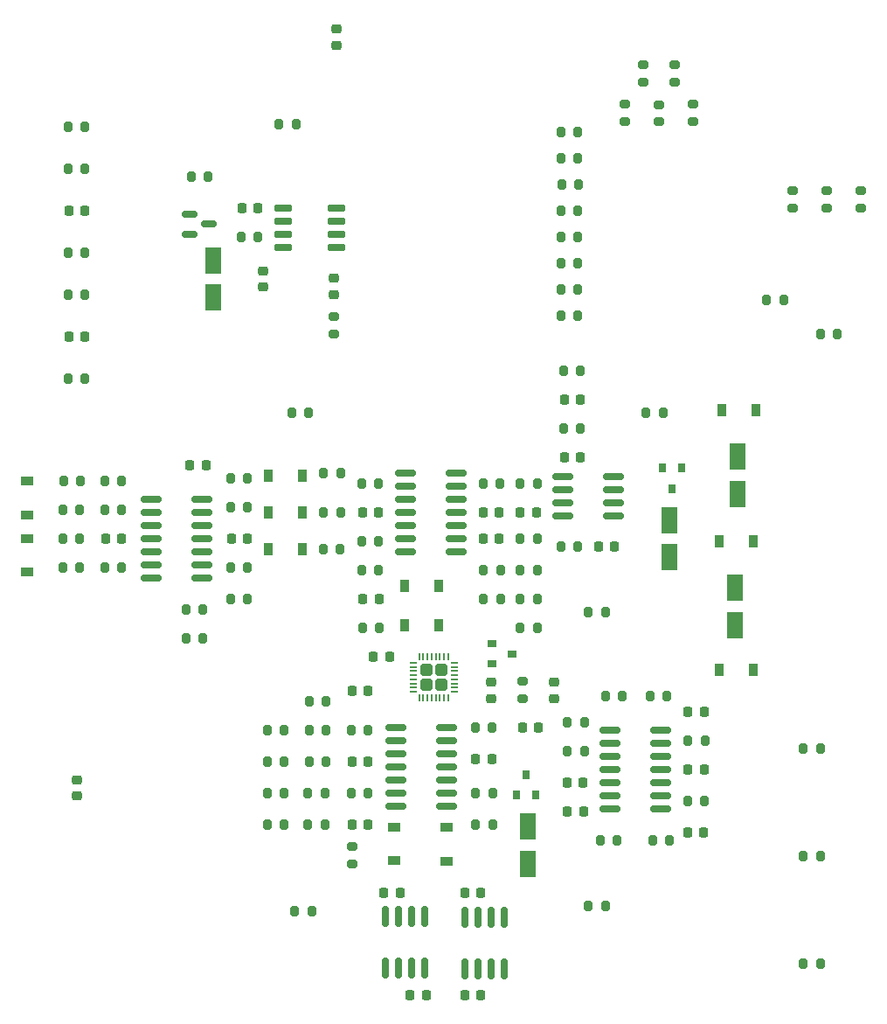
<source format=gbr>
%TF.GenerationSoftware,KiCad,Pcbnew,7.0.2*%
%TF.CreationDate,2023-06-19T11:50:49-04:00*%
%TF.ProjectId,SSI2130_Oscillator,53534932-3133-4305-9f4f-7363696c6c61,rev?*%
%TF.SameCoordinates,Original*%
%TF.FileFunction,Paste,Bot*%
%TF.FilePolarity,Positive*%
%FSLAX46Y46*%
G04 Gerber Fmt 4.6, Leading zero omitted, Abs format (unit mm)*
G04 Created by KiCad (PCBNEW 7.0.2) date 2023-06-19 11:50:49*
%MOMM*%
%LPD*%
G01*
G04 APERTURE LIST*
G04 Aperture macros list*
%AMRoundRect*
0 Rectangle with rounded corners*
0 $1 Rounding radius*
0 $2 $3 $4 $5 $6 $7 $8 $9 X,Y pos of 4 corners*
0 Add a 4 corners polygon primitive as box body*
4,1,4,$2,$3,$4,$5,$6,$7,$8,$9,$2,$3,0*
0 Add four circle primitives for the rounded corners*
1,1,$1+$1,$2,$3*
1,1,$1+$1,$4,$5*
1,1,$1+$1,$6,$7*
1,1,$1+$1,$8,$9*
0 Add four rect primitives between the rounded corners*
20,1,$1+$1,$2,$3,$4,$5,0*
20,1,$1+$1,$4,$5,$6,$7,0*
20,1,$1+$1,$6,$7,$8,$9,0*
20,1,$1+$1,$8,$9,$2,$3,0*%
G04 Aperture macros list end*
%ADD10RoundRect,0.200000X-0.200000X-0.275000X0.200000X-0.275000X0.200000X0.275000X-0.200000X0.275000X0*%
%ADD11RoundRect,0.200000X0.200000X0.275000X-0.200000X0.275000X-0.200000X-0.275000X0.200000X-0.275000X0*%
%ADD12RoundRect,0.150000X-0.587500X-0.150000X0.587500X-0.150000X0.587500X0.150000X-0.587500X0.150000X0*%
%ADD13RoundRect,0.150000X0.725000X0.150000X-0.725000X0.150000X-0.725000X-0.150000X0.725000X-0.150000X0*%
%ADD14RoundRect,0.250000X-0.550000X1.050000X-0.550000X-1.050000X0.550000X-1.050000X0.550000X1.050000X0*%
%ADD15RoundRect,0.225000X-0.250000X0.225000X-0.250000X-0.225000X0.250000X-0.225000X0.250000X0.225000X0*%
%ADD16RoundRect,0.225000X0.250000X-0.225000X0.250000X0.225000X-0.250000X0.225000X-0.250000X-0.225000X0*%
%ADD17RoundRect,0.225000X-0.225000X-0.250000X0.225000X-0.250000X0.225000X0.250000X-0.225000X0.250000X0*%
%ADD18RoundRect,0.225000X0.225000X0.250000X-0.225000X0.250000X-0.225000X-0.250000X0.225000X-0.250000X0*%
%ADD19R,0.900000X1.200000*%
%ADD20R,0.800000X0.900000*%
%ADD21R,0.900000X0.800000*%
%ADD22RoundRect,0.200000X-0.275000X0.200000X-0.275000X-0.200000X0.275000X-0.200000X0.275000X0.200000X0*%
%ADD23RoundRect,0.200000X0.275000X-0.200000X0.275000X0.200000X-0.275000X0.200000X-0.275000X-0.200000X0*%
%ADD24RoundRect,0.150000X-0.825000X-0.150000X0.825000X-0.150000X0.825000X0.150000X-0.825000X0.150000X0*%
%ADD25RoundRect,0.150000X-0.150000X0.825000X-0.150000X-0.825000X0.150000X-0.825000X0.150000X0.825000X0*%
%ADD26R,1.200000X0.900000*%
%ADD27RoundRect,0.250000X-0.335000X-0.335000X0.335000X-0.335000X0.335000X0.335000X-0.335000X0.335000X0*%
%ADD28RoundRect,0.050000X-0.300000X-0.050000X0.300000X-0.050000X0.300000X0.050000X-0.300000X0.050000X0*%
%ADD29RoundRect,0.050000X-0.050000X-0.300000X0.050000X-0.300000X0.050000X0.300000X-0.050000X0.300000X0*%
G04 APERTURE END LIST*
D10*
%TO.C,R57*%
X103378000Y-55626000D03*
X105028000Y-55626000D03*
%TD*%
D11*
%TO.C,R90*%
X110236000Y-58928000D03*
X108586000Y-58928000D03*
%TD*%
D12*
%TO.C,U10*%
X47498000Y-49276000D03*
X47498000Y-47376000D03*
X49373000Y-48326000D03*
%TD*%
D13*
%TO.C,U6*%
X61722000Y-46736000D03*
X61722000Y-48006000D03*
X61722000Y-49276000D03*
X61722000Y-50546000D03*
X56572000Y-50546000D03*
X56572000Y-49276000D03*
X56572000Y-48006000D03*
X56572000Y-46736000D03*
%TD*%
D11*
%TO.C,R89*%
X54102000Y-49530000D03*
X52452000Y-49530000D03*
%TD*%
%TO.C,R58*%
X60706000Y-94488000D03*
X59056000Y-94488000D03*
%TD*%
D14*
%TO.C,C40*%
X49784000Y-51816000D03*
X49784000Y-55416000D03*
%TD*%
D15*
%TO.C,C33*%
X54610000Y-52832000D03*
X54610000Y-54382000D03*
%TD*%
D16*
%TO.C,C32*%
X61468000Y-55118000D03*
X61468000Y-53568000D03*
%TD*%
D17*
%TO.C,C30*%
X52552000Y-46736000D03*
X54102000Y-46736000D03*
%TD*%
D14*
%TO.C,C2*%
X100584000Y-70822000D03*
X100584000Y-74422000D03*
%TD*%
%TO.C,C3*%
X100330000Y-83544000D03*
X100330000Y-87144000D03*
%TD*%
%TO.C,C4*%
X93980000Y-76962000D03*
X93980000Y-80562000D03*
%TD*%
D18*
%TO.C,C5*%
X88646000Y-79502000D03*
X87096000Y-79502000D03*
%TD*%
D17*
%TO.C,C6*%
X83807000Y-70866000D03*
X85357000Y-70866000D03*
%TD*%
D18*
%TO.C,C7*%
X77470000Y-78740000D03*
X75920000Y-78740000D03*
%TD*%
D17*
%TO.C,C8*%
X74142000Y-122936000D03*
X75692000Y-122936000D03*
%TD*%
D18*
%TO.C,C9*%
X70384000Y-122936000D03*
X68834000Y-122936000D03*
%TD*%
%TO.C,C10*%
X81052000Y-76200000D03*
X79502000Y-76200000D03*
%TD*%
%TO.C,C11*%
X85344000Y-65278000D03*
X83794000Y-65278000D03*
%TD*%
%TO.C,C13*%
X67844000Y-113030000D03*
X66294000Y-113030000D03*
%TD*%
%TO.C,C14*%
X85624000Y-105156000D03*
X84074000Y-105156000D03*
%TD*%
D14*
%TO.C,C15*%
X80264000Y-106636000D03*
X80264000Y-110236000D03*
%TD*%
D17*
%TO.C,C16*%
X64236000Y-76200000D03*
X65786000Y-76200000D03*
%TD*%
D18*
%TO.C,C17*%
X77470000Y-76200000D03*
X75920000Y-76200000D03*
%TD*%
D17*
%TO.C,C18*%
X39344000Y-78740000D03*
X40894000Y-78740000D03*
%TD*%
D18*
%TO.C,C19*%
X53086000Y-78740000D03*
X51536000Y-78740000D03*
%TD*%
%TO.C,C20*%
X65812000Y-84582000D03*
X64262000Y-84582000D03*
%TD*%
%TO.C,C21*%
X37338000Y-46990000D03*
X35788000Y-46990000D03*
%TD*%
D17*
%TO.C,C23*%
X35788000Y-59182000D03*
X37338000Y-59182000D03*
%TD*%
%TO.C,C24*%
X63220000Y-100330000D03*
X64770000Y-100330000D03*
%TD*%
D18*
%TO.C,C25*%
X76734000Y-100076000D03*
X75184000Y-100076000D03*
%TD*%
%TO.C,C26*%
X66828000Y-90170000D03*
X65278000Y-90170000D03*
%TD*%
D17*
%TO.C,C27*%
X84048000Y-102362000D03*
X85598000Y-102362000D03*
%TD*%
D18*
%TO.C,C28*%
X97308000Y-101092000D03*
X95758000Y-101092000D03*
%TD*%
%TO.C,C34*%
X64770000Y-93472000D03*
X63220000Y-93472000D03*
%TD*%
D17*
%TO.C,C35*%
X47498000Y-71628000D03*
X49048000Y-71628000D03*
%TD*%
D18*
%TO.C,C36*%
X64770000Y-106426000D03*
X63220000Y-106426000D03*
%TD*%
D17*
%TO.C,C37*%
X79730000Y-97028000D03*
X81280000Y-97028000D03*
%TD*%
%TO.C,C38*%
X95758000Y-95504000D03*
X97308000Y-95504000D03*
%TD*%
%TO.C,C39*%
X95732000Y-107188000D03*
X97282000Y-107188000D03*
%TD*%
D19*
%TO.C,D1*%
X99060000Y-66294000D03*
X102360000Y-66294000D03*
%TD*%
%TO.C,D2*%
X98808000Y-78994000D03*
X102108000Y-78994000D03*
%TD*%
%TO.C,D3*%
X102106000Y-91440000D03*
X98806000Y-91440000D03*
%TD*%
D20*
%TO.C,Q1*%
X93284000Y-71914000D03*
X95184000Y-71914000D03*
X94234000Y-73914000D03*
%TD*%
D21*
%TO.C,Q2*%
X76740000Y-90866000D03*
X76740000Y-88966000D03*
X78740000Y-89916000D03*
%TD*%
D11*
%TO.C,R2*%
X87756000Y-114300000D03*
X86106000Y-114300000D03*
%TD*%
D10*
%TO.C,R3*%
X57341000Y-66548000D03*
X58991000Y-66548000D03*
%TD*%
D11*
%TO.C,R4*%
X93344000Y-66548000D03*
X91694000Y-66548000D03*
%TD*%
%TO.C,R5*%
X77596000Y-84582000D03*
X75946000Y-84582000D03*
%TD*%
%TO.C,R6*%
X87756000Y-85852000D03*
X86106000Y-85852000D03*
%TD*%
%TO.C,R7*%
X64770000Y-103378000D03*
X63120000Y-103378000D03*
%TD*%
D10*
%TO.C,R8*%
X64136000Y-81788000D03*
X65786000Y-81788000D03*
%TD*%
%TO.C,R9*%
X75946000Y-81788000D03*
X77596000Y-81788000D03*
%TD*%
D22*
%TO.C,R10*%
X63246000Y-108586000D03*
X63246000Y-110236000D03*
%TD*%
D10*
%TO.C,R11*%
X64199000Y-87376000D03*
X65849000Y-87376000D03*
%TD*%
%TO.C,R12*%
X79502000Y-81788000D03*
X81152000Y-81788000D03*
%TD*%
D11*
%TO.C,R13*%
X77533000Y-73406000D03*
X75883000Y-73406000D03*
%TD*%
%TO.C,R15*%
X65786000Y-78994000D03*
X64136000Y-78994000D03*
%TD*%
%TO.C,R16*%
X85090000Y-79502000D03*
X83440000Y-79502000D03*
%TD*%
D10*
%TO.C,R17*%
X75184000Y-103378000D03*
X76834000Y-103378000D03*
%TD*%
%TO.C,R18*%
X64136000Y-73406000D03*
X65786000Y-73406000D03*
%TD*%
D11*
%TO.C,R19*%
X81152000Y-78740000D03*
X79502000Y-78740000D03*
%TD*%
D10*
%TO.C,R20*%
X83694000Y-68072000D03*
X85344000Y-68072000D03*
%TD*%
D11*
%TO.C,R21*%
X76834000Y-106426000D03*
X75184000Y-106426000D03*
%TD*%
D10*
%TO.C,R22*%
X39244000Y-75946000D03*
X40894000Y-75946000D03*
%TD*%
%TO.C,R23*%
X83694000Y-62484000D03*
X85344000Y-62484000D03*
%TD*%
D11*
%TO.C,R24*%
X36893000Y-73152000D03*
X35243000Y-73152000D03*
%TD*%
%TO.C,R25*%
X40894000Y-73152000D03*
X39244000Y-73152000D03*
%TD*%
%TO.C,R26*%
X36830000Y-75946000D03*
X35180000Y-75946000D03*
%TD*%
%TO.C,R27*%
X62039000Y-79756000D03*
X60389000Y-79756000D03*
%TD*%
%TO.C,R28*%
X53086000Y-75692000D03*
X51436000Y-75692000D03*
%TD*%
%TO.C,R29*%
X36830000Y-81534000D03*
X35180000Y-81534000D03*
%TD*%
%TO.C,R30*%
X36830000Y-78740000D03*
X35180000Y-78740000D03*
%TD*%
D10*
%TO.C,R31*%
X51436000Y-72898000D03*
X53086000Y-72898000D03*
%TD*%
%TO.C,R32*%
X39244000Y-81534000D03*
X40894000Y-81534000D03*
%TD*%
%TO.C,R33*%
X51436000Y-81534000D03*
X53086000Y-81534000D03*
%TD*%
%TO.C,R34*%
X47118000Y-85598000D03*
X48768000Y-85598000D03*
%TD*%
%TO.C,R35*%
X47118000Y-88392000D03*
X48768000Y-88392000D03*
%TD*%
%TO.C,R36*%
X51436000Y-84582000D03*
X53086000Y-84582000D03*
%TD*%
D11*
%TO.C,R37*%
X62102000Y-72390000D03*
X60452000Y-72390000D03*
%TD*%
%TO.C,R38*%
X62102000Y-76200000D03*
X60452000Y-76200000D03*
%TD*%
%TO.C,R39*%
X57784000Y-38608000D03*
X56134000Y-38608000D03*
%TD*%
D10*
%TO.C,R40*%
X63120000Y-97282000D03*
X64770000Y-97282000D03*
%TD*%
D11*
%TO.C,R41*%
X76771000Y-97028000D03*
X75121000Y-97028000D03*
%TD*%
D10*
%TO.C,R42*%
X47626000Y-43688000D03*
X49276000Y-43688000D03*
%TD*%
%TO.C,R43*%
X54992000Y-97282000D03*
X56642000Y-97282000D03*
%TD*%
D11*
%TO.C,R44*%
X60706000Y-100330000D03*
X59056000Y-100330000D03*
%TD*%
%TO.C,R45*%
X56642000Y-100330000D03*
X54992000Y-100330000D03*
%TD*%
D10*
%TO.C,R46*%
X79502000Y-87376000D03*
X81152000Y-87376000D03*
%TD*%
D11*
%TO.C,R47*%
X60578000Y-106426000D03*
X58928000Y-106426000D03*
%TD*%
%TO.C,R48*%
X56642000Y-106426000D03*
X54992000Y-106426000D03*
%TD*%
%TO.C,R49*%
X81152000Y-84582000D03*
X79502000Y-84582000D03*
%TD*%
D10*
%TO.C,R50*%
X35688000Y-63246000D03*
X37338000Y-63246000D03*
%TD*%
%TO.C,R52*%
X58928000Y-103378000D03*
X60578000Y-103378000D03*
%TD*%
D11*
%TO.C,R53*%
X60706000Y-97282000D03*
X59056000Y-97282000D03*
%TD*%
%TO.C,R54*%
X88900000Y-107950000D03*
X87250000Y-107950000D03*
%TD*%
D10*
%TO.C,R55*%
X87758000Y-93980000D03*
X89408000Y-93980000D03*
%TD*%
%TO.C,R56*%
X92076000Y-93980000D03*
X93726000Y-93980000D03*
%TD*%
D11*
%TO.C,R59*%
X85724000Y-99314000D03*
X84074000Y-99314000D03*
%TD*%
D10*
%TO.C,R60*%
X92330000Y-107950000D03*
X93980000Y-107950000D03*
%TD*%
D11*
%TO.C,R61*%
X56642000Y-103378000D03*
X54992000Y-103378000D03*
%TD*%
D10*
%TO.C,R62*%
X95758000Y-98298000D03*
X97408000Y-98298000D03*
%TD*%
%TO.C,R63*%
X95695000Y-104140000D03*
X97345000Y-104140000D03*
%TD*%
D11*
%TO.C,R64*%
X85724000Y-96520000D03*
X84074000Y-96520000D03*
%TD*%
%TO.C,R65*%
X108584000Y-99060000D03*
X106934000Y-99060000D03*
%TD*%
%TO.C,R66*%
X108584000Y-119888000D03*
X106934000Y-119888000D03*
%TD*%
%TO.C,R67*%
X108584000Y-109474000D03*
X106934000Y-109474000D03*
%TD*%
D23*
%TO.C,R68*%
X94488000Y-34544000D03*
X94488000Y-32894000D03*
%TD*%
D10*
%TO.C,R71*%
X83503000Y-44450000D03*
X85153000Y-44450000D03*
%TD*%
%TO.C,R72*%
X83440000Y-46990000D03*
X85090000Y-46990000D03*
%TD*%
%TO.C,R73*%
X83440000Y-49530000D03*
X85090000Y-49530000D03*
%TD*%
%TO.C,R74*%
X83440000Y-52070000D03*
X85090000Y-52070000D03*
%TD*%
%TO.C,R75*%
X83440000Y-54610000D03*
X85090000Y-54610000D03*
%TD*%
%TO.C,R76*%
X83440000Y-57150000D03*
X85090000Y-57150000D03*
%TD*%
D23*
%TO.C,R77*%
X91440000Y-34544000D03*
X91440000Y-32894000D03*
%TD*%
D10*
%TO.C,R78*%
X35688000Y-38862000D03*
X37338000Y-38862000D03*
%TD*%
D23*
%TO.C,R79*%
X89662000Y-38354000D03*
X89662000Y-36704000D03*
%TD*%
D10*
%TO.C,R80*%
X35688000Y-51054000D03*
X37338000Y-51054000D03*
%TD*%
%TO.C,R81*%
X35688000Y-42926000D03*
X37338000Y-42926000D03*
%TD*%
D23*
%TO.C,R82*%
X92964000Y-38417000D03*
X92964000Y-36767000D03*
%TD*%
D10*
%TO.C,R83*%
X35688000Y-55118000D03*
X37338000Y-55118000D03*
%TD*%
D23*
%TO.C,R84*%
X96266000Y-38354000D03*
X96266000Y-36704000D03*
%TD*%
%TO.C,R85*%
X61468000Y-58928000D03*
X61468000Y-57278000D03*
%TD*%
D22*
%TO.C,R86*%
X112522000Y-45086000D03*
X112522000Y-46736000D03*
%TD*%
%TO.C,R87*%
X109220000Y-45086000D03*
X109220000Y-46736000D03*
%TD*%
%TO.C,R88*%
X105918000Y-45086000D03*
X105918000Y-46736000D03*
%TD*%
D24*
%TO.C,U1*%
X68391000Y-80010000D03*
X68391000Y-78740000D03*
X68391000Y-77470000D03*
X68391000Y-76200000D03*
X68391000Y-74930000D03*
X68391000Y-73660000D03*
X68391000Y-72390000D03*
X73341000Y-72390000D03*
X73341000Y-73660000D03*
X73341000Y-74930000D03*
X73341000Y-76200000D03*
X73341000Y-77470000D03*
X73341000Y-78740000D03*
X73341000Y-80010000D03*
%TD*%
%TO.C,U3*%
X67440000Y-104648000D03*
X67440000Y-103378000D03*
X67440000Y-102108000D03*
X67440000Y-100838000D03*
X67440000Y-99568000D03*
X67440000Y-98298000D03*
X67440000Y-97028000D03*
X72390000Y-97028000D03*
X72390000Y-98298000D03*
X72390000Y-99568000D03*
X72390000Y-100838000D03*
X72390000Y-102108000D03*
X72390000Y-103378000D03*
X72390000Y-104648000D03*
%TD*%
%TO.C,U4*%
X88203000Y-104902000D03*
X88203000Y-103632000D03*
X88203000Y-102362000D03*
X88203000Y-101092000D03*
X88203000Y-99822000D03*
X88203000Y-98552000D03*
X88203000Y-97282000D03*
X93153000Y-97282000D03*
X93153000Y-98552000D03*
X93153000Y-99822000D03*
X93153000Y-101092000D03*
X93153000Y-102362000D03*
X93153000Y-103632000D03*
X93153000Y-104902000D03*
%TD*%
D20*
%TO.C,U5*%
X81026000Y-103616000D03*
X79126000Y-103616000D03*
X80076000Y-101616000D03*
%TD*%
D25*
%TO.C,U7*%
X74168000Y-115446000D03*
X75438000Y-115446000D03*
X76708000Y-115446000D03*
X77978000Y-115446000D03*
X77978000Y-120396000D03*
X76708000Y-120396000D03*
X75438000Y-120396000D03*
X74168000Y-120396000D03*
%TD*%
%TO.C,U8*%
X66421000Y-115381000D03*
X67691000Y-115381000D03*
X68961000Y-115381000D03*
X70231000Y-115381000D03*
X70231000Y-120331000D03*
X68961000Y-120331000D03*
X67691000Y-120331000D03*
X66421000Y-120331000D03*
%TD*%
D24*
%TO.C,U9*%
X83631000Y-76581000D03*
X83631000Y-75311000D03*
X83631000Y-74041000D03*
X83631000Y-72771000D03*
X88581000Y-72771000D03*
X88581000Y-74041000D03*
X88581000Y-75311000D03*
X88581000Y-76581000D03*
%TD*%
D19*
%TO.C,D4*%
X71628000Y-83312000D03*
X68328000Y-83312000D03*
%TD*%
%TO.C,D5*%
X68326000Y-87122000D03*
X71626000Y-87122000D03*
%TD*%
D26*
%TO.C,D6*%
X67310000Y-109980000D03*
X67310000Y-106680000D03*
%TD*%
%TO.C,D7*%
X72390000Y-106682000D03*
X72390000Y-109982000D03*
%TD*%
%TO.C,D8*%
X31750000Y-76454000D03*
X31750000Y-73154000D03*
%TD*%
%TO.C,D9*%
X31750000Y-82040000D03*
X31750000Y-78740000D03*
%TD*%
D19*
%TO.C,D10*%
X58418000Y-79756000D03*
X55118000Y-79756000D03*
%TD*%
%TO.C,D11*%
X58418000Y-72644000D03*
X55118000Y-72644000D03*
%TD*%
%TO.C,D12*%
X58418000Y-76200000D03*
X55118000Y-76200000D03*
%TD*%
D16*
%TO.C,C29*%
X61722000Y-30988000D03*
X61722000Y-29438000D03*
%TD*%
D10*
%TO.C,R69*%
X83440000Y-39370000D03*
X85090000Y-39370000D03*
%TD*%
%TO.C,R70*%
X83440000Y-41910000D03*
X85090000Y-41910000D03*
%TD*%
D17*
%TO.C,C12*%
X74155000Y-113030000D03*
X75705000Y-113030000D03*
%TD*%
D27*
%TO.C,U11*%
X70385695Y-91477000D03*
X70385695Y-92927000D03*
X71835695Y-91477000D03*
X71835695Y-92927000D03*
D28*
X69110695Y-93602000D03*
X69110695Y-93202000D03*
X69110695Y-92802000D03*
X69110695Y-92402000D03*
X69110695Y-92002000D03*
X69110695Y-91602000D03*
X69110695Y-91202000D03*
X69110695Y-90802000D03*
D29*
X69710695Y-90202000D03*
X70110695Y-90202000D03*
X70510695Y-90202000D03*
X70910695Y-90202000D03*
X71310695Y-90202000D03*
X71710695Y-90202000D03*
X72110695Y-90202000D03*
X72510695Y-90202000D03*
D28*
X73110695Y-90802000D03*
X73110695Y-91202000D03*
X73110695Y-91602000D03*
X73110695Y-92002000D03*
X73110695Y-92402000D03*
X73110695Y-92802000D03*
X73110695Y-93202000D03*
X73110695Y-93602000D03*
D29*
X72510695Y-94202000D03*
X72110695Y-94202000D03*
X71710695Y-94202000D03*
X71310695Y-94202000D03*
X70910695Y-94202000D03*
X70510695Y-94202000D03*
X70110695Y-94202000D03*
X69710695Y-94202000D03*
%TD*%
D22*
%TO.C,R51*%
X79756000Y-92584000D03*
X79756000Y-94234000D03*
%TD*%
D15*
%TO.C,C31*%
X76708000Y-92684000D03*
X76708000Y-94234000D03*
%TD*%
%TO.C,C22*%
X82804000Y-92697000D03*
X82804000Y-94247000D03*
%TD*%
D10*
%TO.C,R1*%
X57658000Y-114808000D03*
X59308000Y-114808000D03*
%TD*%
D24*
%TO.C,U2*%
X43753000Y-82550000D03*
X43753000Y-81280000D03*
X43753000Y-80010000D03*
X43753000Y-78740000D03*
X43753000Y-77470000D03*
X43753000Y-76200000D03*
X43753000Y-74930000D03*
X48703000Y-74930000D03*
X48703000Y-76200000D03*
X48703000Y-77470000D03*
X48703000Y-78740000D03*
X48703000Y-80010000D03*
X48703000Y-81280000D03*
X48703000Y-82550000D03*
%TD*%
D10*
%TO.C,R14*%
X79502000Y-73406000D03*
X81152000Y-73406000D03*
%TD*%
D16*
%TO.C,C1*%
X36576000Y-103658000D03*
X36576000Y-102108000D03*
%TD*%
M02*

</source>
